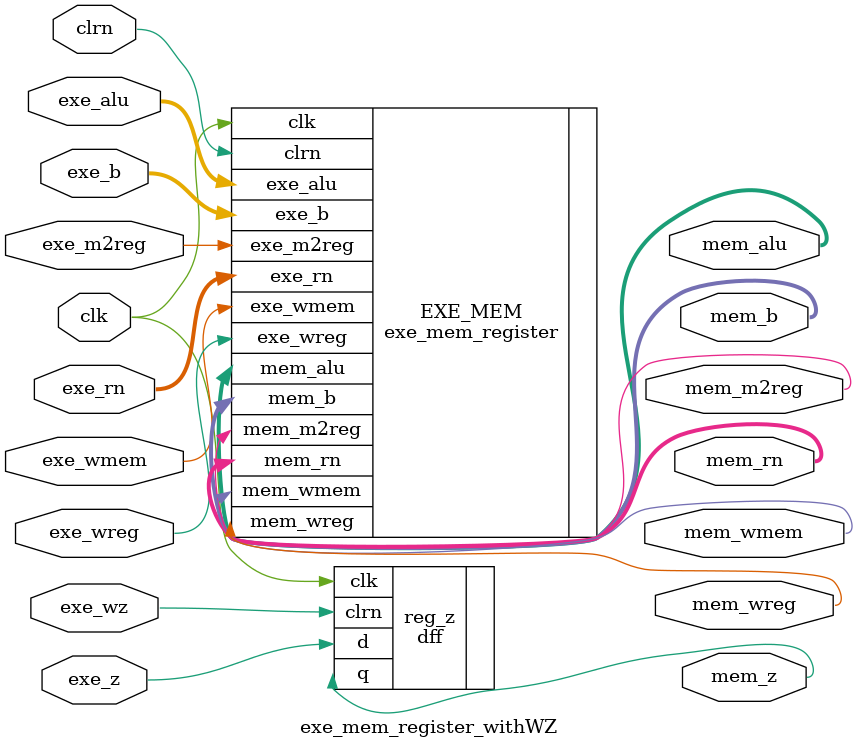
<source format=v>
`timescale 1ns / 1ps
module exe_mem_register_withWZ(exe_z, exe_wz, 
										 clk, clrn, 
										 exe_wreg, exe_m2reg, exe_wmem, exe_alu, exe_b, exe_rn, 
										 mem_wreg, mem_m2reg, mem_wmem, mem_alu, mem_b, mem_rn, mem_z
    );
	 input exe_z, exe_wz;
	 input clk, clrn;
	 input exe_wreg, exe_m2reg, exe_wmem;
	 input [31:0] exe_alu, exe_b;
	 input [4:0] exe_rn;
	 
	 output mem_wreg, mem_m2reg, mem_wmem, mem_z;
	 output [31:0] mem_alu, mem_b;
	 output [4:0] mem_rn;

	 dff reg_z (.d(exe_z),.clk(clk),.clrn(exe_wz),.q(mem_z));

	 exe_mem_register EXE_MEM (.clk(clk), .clrn(clrn),
										.exe_wreg(exe_wreg), .exe_m2reg(exe_m2reg), .exe_wmem(exe_wmem), .exe_alu(exe_alu), .exe_b(exe_b), .exe_rn(exe_rn),
										.mem_wreg(mem_wreg), .mem_m2reg(mem_m2reg), .mem_wmem(mem_wmem), .mem_alu(mem_alu), .mem_b(mem_b), .mem_rn(mem_rn));

endmodule

</source>
